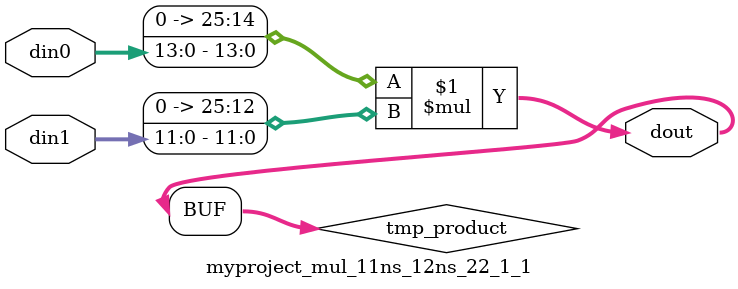
<source format=v>

`timescale 1 ns / 1 ps

 module myproject_mul_11ns_12ns_22_1_1(din0, din1, dout);
parameter ID = 1;
parameter NUM_STAGE = 0;
parameter din0_WIDTH = 14;
parameter din1_WIDTH = 12;
parameter dout_WIDTH = 26;

input [din0_WIDTH - 1 : 0] din0; 
input [din1_WIDTH - 1 : 0] din1; 
output [dout_WIDTH - 1 : 0] dout;

wire signed [dout_WIDTH - 1 : 0] tmp_product;
























assign tmp_product = $signed({1'b0, din0}) * $signed({1'b0, din1});











assign dout = tmp_product;





















endmodule

</source>
